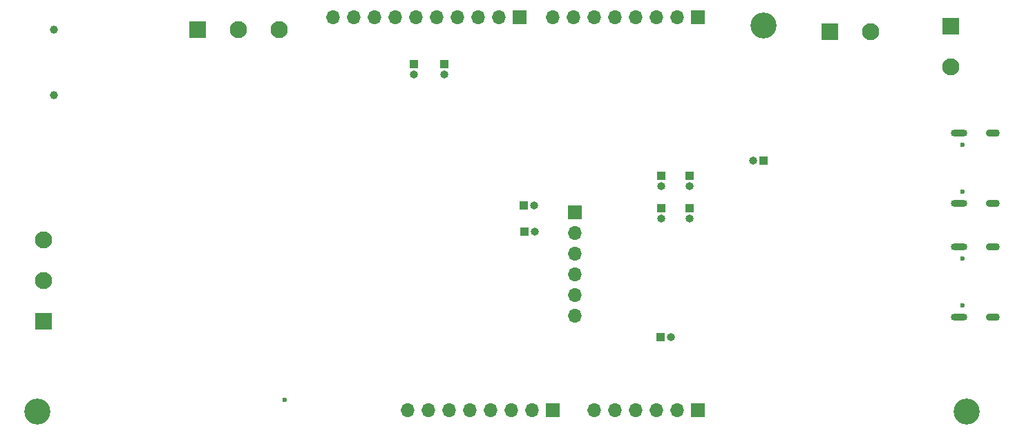
<source format=gbr>
%TF.GenerationSoftware,KiCad,Pcbnew,7.0.8*%
%TF.CreationDate,2024-02-15T12:40:34+05:30*%
%TF.ProjectId,ESP32-S3_DB,45535033-322d-4533-935f-44422e6b6963,rev?*%
%TF.SameCoordinates,Original*%
%TF.FileFunction,Soldermask,Bot*%
%TF.FilePolarity,Negative*%
%FSLAX46Y46*%
G04 Gerber Fmt 4.6, Leading zero omitted, Abs format (unit mm)*
G04 Created by KiCad (PCBNEW 7.0.8) date 2024-02-15 12:40:34*
%MOMM*%
%LPD*%
G01*
G04 APERTURE LIST*
%ADD10R,1.700000X1.700000*%
%ADD11O,1.700000X1.700000*%
%ADD12C,3.200000*%
%ADD13R,1.000000X1.000000*%
%ADD14O,1.000000X1.000000*%
%ADD15R,2.100000X2.100000*%
%ADD16C,2.100000*%
%ADD17C,0.600000*%
%ADD18O,2.000000X0.900000*%
%ADD19O,1.700000X0.900000*%
%ADD20C,1.000000*%
G04 APERTURE END LIST*
D10*
%TO.C,J9*%
X162950000Y-113920001D03*
D11*
X162950000Y-116460001D03*
X162950000Y-119000001D03*
X162950000Y-121540001D03*
X162950000Y-124080001D03*
X162950000Y-126620001D03*
%TD*%
D12*
%TO.C,H3*%
X210940000Y-138420000D03*
%TD*%
D13*
%TO.C,J6*%
X156720000Y-116350000D03*
D14*
X157990000Y-116350000D03*
%TD*%
D15*
%TO.C,J5*%
X194180000Y-91770000D03*
D16*
X199180000Y-91770000D03*
%TD*%
D13*
%TO.C,J11*%
X146930000Y-95760000D03*
D14*
X146930000Y-97030000D03*
%TD*%
D10*
%TO.C,J14*%
X177970000Y-138230000D03*
D11*
X175430000Y-138230000D03*
X172890000Y-138230000D03*
X170350000Y-138230000D03*
X167810000Y-138230000D03*
X165270000Y-138230000D03*
%TD*%
D10*
%TO.C,J16*%
X160190000Y-138230000D03*
D11*
X157650000Y-138230000D03*
X155110000Y-138230000D03*
X152570000Y-138230000D03*
X150030000Y-138230000D03*
X147490000Y-138230000D03*
X144950000Y-138230000D03*
X142410000Y-138230000D03*
%TD*%
D13*
%TO.C,J22*%
X186080000Y-107560000D03*
D14*
X184810000Y-107560000D03*
%TD*%
D13*
%TO.C,J18*%
X173460000Y-129230000D03*
D14*
X174730000Y-129230000D03*
%TD*%
D12*
%TO.C,H1*%
X97080000Y-138420000D03*
%TD*%
%TO.C,H2*%
X186030000Y-90970000D03*
%TD*%
D17*
%TO.C,J1*%
X210465000Y-111390000D03*
X210465000Y-105610000D03*
D18*
X209975000Y-112825000D03*
D19*
X214145000Y-112825000D03*
D18*
X209975000Y-104175000D03*
D19*
X214145000Y-104175000D03*
%TD*%
D13*
%TO.C,J17*%
X173490000Y-109420000D03*
D14*
X173490000Y-110690000D03*
%TD*%
D13*
%TO.C,J20*%
X177010000Y-113410000D03*
D14*
X177010000Y-114680000D03*
%TD*%
D15*
%TO.C,J2*%
X97820000Y-127350000D03*
D16*
X97820000Y-122350000D03*
X97820000Y-117350000D03*
%TD*%
D13*
%TO.C,J7*%
X156680000Y-113100000D03*
D14*
X157950000Y-113100000D03*
%TD*%
D15*
%TO.C,J3*%
X116700000Y-91550000D03*
D16*
X121700000Y-91550000D03*
X126700000Y-91550000D03*
%TD*%
D20*
%TO.C,J8*%
X99100000Y-91550000D03*
X99100000Y-99550000D03*
%TD*%
D13*
%TO.C,J10*%
X173490000Y-113410000D03*
D14*
X173490000Y-114680000D03*
%TD*%
D10*
%TO.C,J15*%
X156126000Y-89970000D03*
D11*
X153586000Y-89970000D03*
X151046000Y-89970000D03*
X148506000Y-89970000D03*
X145966000Y-89970000D03*
X143426000Y-89970000D03*
X140886000Y-89970000D03*
X138346000Y-89970000D03*
X135806000Y-89970000D03*
X133266000Y-89970000D03*
%TD*%
D13*
%TO.C,J12*%
X143220000Y-95760000D03*
D14*
X143220000Y-97030000D03*
%TD*%
D17*
%TO.C,AE1*%
X127400000Y-136950000D03*
%TD*%
%TO.C,J4*%
X210465000Y-125380000D03*
X210465000Y-119600000D03*
D18*
X209975000Y-126815000D03*
D19*
X214145000Y-126815000D03*
D18*
X209975000Y-118165000D03*
D19*
X214145000Y-118165000D03*
%TD*%
D13*
%TO.C,J19*%
X177010000Y-109420000D03*
D14*
X177010000Y-110690000D03*
%TD*%
D10*
%TO.C,J13*%
X177970000Y-89970000D03*
D11*
X175430000Y-89970000D03*
X172890000Y-89970000D03*
X170350000Y-89970000D03*
X167810000Y-89970000D03*
X165270000Y-89970000D03*
X162730000Y-89970000D03*
X160190000Y-89970000D03*
%TD*%
D15*
%TO.C,J21*%
X209000000Y-91090000D03*
D16*
X209000000Y-96090000D03*
%TD*%
M02*

</source>
